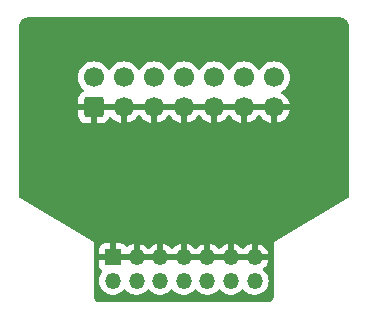
<source format=gtl>
G04 #@! TF.GenerationSoftware,KiCad,Pcbnew,7.0.9-7.0.9~ubuntu20.04.1*
G04 #@! TF.CreationDate,2023-11-25T19:42:27+01:00*
G04 #@! TF.ProjectId,kicad-kria-jtag,6b696361-642d-46b7-9269-612d6a746167,1.0*
G04 #@! TF.SameCoordinates,Original*
G04 #@! TF.FileFunction,Copper,L1,Top*
G04 #@! TF.FilePolarity,Positive*
%FSLAX46Y46*%
G04 Gerber Fmt 4.6, Leading zero omitted, Abs format (unit mm)*
G04 Created by KiCad (PCBNEW 7.0.9-7.0.9~ubuntu20.04.1) date 2023-11-25 19:42:27*
%MOMM*%
%LPD*%
G01*
G04 APERTURE LIST*
G04 Aperture macros list*
%AMRoundRect*
0 Rectangle with rounded corners*
0 $1 Rounding radius*
0 $2 $3 $4 $5 $6 $7 $8 $9 X,Y pos of 4 corners*
0 Add a 4 corners polygon primitive as box body*
4,1,4,$2,$3,$4,$5,$6,$7,$8,$9,$2,$3,0*
0 Add four circle primitives for the rounded corners*
1,1,$1+$1,$2,$3*
1,1,$1+$1,$4,$5*
1,1,$1+$1,$6,$7*
1,1,$1+$1,$8,$9*
0 Add four rect primitives between the rounded corners*
20,1,$1+$1,$2,$3,$4,$5,0*
20,1,$1+$1,$4,$5,$6,$7,0*
20,1,$1+$1,$6,$7,$8,$9,0*
20,1,$1+$1,$8,$9,$2,$3,0*%
G04 Aperture macros list end*
G04 #@! TA.AperFunction,ComponentPad*
%ADD10O,1.350000X1.350000*%
G04 #@! TD*
G04 #@! TA.AperFunction,ComponentPad*
%ADD11R,1.350000X1.350000*%
G04 #@! TD*
G04 #@! TA.AperFunction,ComponentPad*
%ADD12C,1.700000*%
G04 #@! TD*
G04 #@! TA.AperFunction,ComponentPad*
%ADD13RoundRect,0.250000X0.600000X-0.600000X0.600000X0.600000X-0.600000X0.600000X-0.600000X-0.600000X0*%
G04 #@! TD*
G04 APERTURE END LIST*
D10*
X145192000Y-109188000D03*
X145192000Y-107188000D03*
X143192000Y-109188000D03*
X143192000Y-107188000D03*
X141192000Y-109188000D03*
X141192000Y-107188000D03*
X139192000Y-109188000D03*
X139192000Y-107188000D03*
X137192000Y-109188000D03*
X137192000Y-107188000D03*
X135192000Y-109188000D03*
X135192000Y-107188000D03*
X133192000Y-109188000D03*
D11*
X133192000Y-107188000D03*
D12*
X146812000Y-91948000D03*
X146812000Y-94488000D03*
X144272000Y-91948000D03*
X144272000Y-94488000D03*
X141732000Y-91948000D03*
X141732000Y-94488000D03*
X139192000Y-91948000D03*
X139192000Y-94488000D03*
X136652000Y-91948000D03*
X136652000Y-94488000D03*
X134112000Y-91948000D03*
X134112000Y-94488000D03*
X131572000Y-91948000D03*
D13*
X131572000Y-94488000D03*
G04 #@! TA.AperFunction,Conductor*
G36*
X134864359Y-106949955D02*
G01*
X134806835Y-107062852D01*
X134787014Y-107188000D01*
X134806835Y-107313148D01*
X134864359Y-107426045D01*
X134876314Y-107438000D01*
X133507686Y-107438000D01*
X133519641Y-107426045D01*
X133577165Y-107313148D01*
X133596986Y-107188000D01*
X133577165Y-107062852D01*
X133519641Y-106949955D01*
X133507686Y-106938000D01*
X134876314Y-106938000D01*
X134864359Y-106949955D01*
G37*
G04 #@! TD.AperFunction*
G04 #@! TA.AperFunction,Conductor*
G36*
X136864359Y-106949955D02*
G01*
X136806835Y-107062852D01*
X136787014Y-107188000D01*
X136806835Y-107313148D01*
X136864359Y-107426045D01*
X136876314Y-107438000D01*
X135507686Y-107438000D01*
X135519641Y-107426045D01*
X135577165Y-107313148D01*
X135596986Y-107188000D01*
X135577165Y-107062852D01*
X135519641Y-106949955D01*
X135507686Y-106938000D01*
X136876314Y-106938000D01*
X136864359Y-106949955D01*
G37*
G04 #@! TD.AperFunction*
G04 #@! TA.AperFunction,Conductor*
G36*
X138864359Y-106949955D02*
G01*
X138806835Y-107062852D01*
X138787014Y-107188000D01*
X138806835Y-107313148D01*
X138864359Y-107426045D01*
X138876314Y-107438000D01*
X137507686Y-107438000D01*
X137519641Y-107426045D01*
X137577165Y-107313148D01*
X137596986Y-107188000D01*
X137577165Y-107062852D01*
X137519641Y-106949955D01*
X137507686Y-106938000D01*
X138876314Y-106938000D01*
X138864359Y-106949955D01*
G37*
G04 #@! TD.AperFunction*
G04 #@! TA.AperFunction,Conductor*
G36*
X140864359Y-106949955D02*
G01*
X140806835Y-107062852D01*
X140787014Y-107188000D01*
X140806835Y-107313148D01*
X140864359Y-107426045D01*
X140876314Y-107438000D01*
X139507686Y-107438000D01*
X139519641Y-107426045D01*
X139577165Y-107313148D01*
X139596986Y-107188000D01*
X139577165Y-107062852D01*
X139519641Y-106949955D01*
X139507686Y-106938000D01*
X140876314Y-106938000D01*
X140864359Y-106949955D01*
G37*
G04 #@! TD.AperFunction*
G04 #@! TA.AperFunction,Conductor*
G36*
X142864359Y-106949955D02*
G01*
X142806835Y-107062852D01*
X142787014Y-107188000D01*
X142806835Y-107313148D01*
X142864359Y-107426045D01*
X142876314Y-107438000D01*
X141507686Y-107438000D01*
X141519641Y-107426045D01*
X141577165Y-107313148D01*
X141596986Y-107188000D01*
X141577165Y-107062852D01*
X141519641Y-106949955D01*
X141507686Y-106938000D01*
X142876314Y-106938000D01*
X142864359Y-106949955D01*
G37*
G04 #@! TD.AperFunction*
G04 #@! TA.AperFunction,Conductor*
G36*
X144864359Y-106949955D02*
G01*
X144806835Y-107062852D01*
X144787014Y-107188000D01*
X144806835Y-107313148D01*
X144864359Y-107426045D01*
X144876314Y-107438000D01*
X143507686Y-107438000D01*
X143519641Y-107426045D01*
X143577165Y-107313148D01*
X143596986Y-107188000D01*
X143577165Y-107062852D01*
X143519641Y-106949955D01*
X143507686Y-106938000D01*
X144876314Y-106938000D01*
X144864359Y-106949955D01*
G37*
G04 #@! TD.AperFunction*
G04 #@! TA.AperFunction,Conductor*
G36*
X133652507Y-94278156D02*
G01*
X133612000Y-94416111D01*
X133612000Y-94559889D01*
X133652507Y-94697844D01*
X133678314Y-94738000D01*
X132005686Y-94738000D01*
X132031493Y-94697844D01*
X132072000Y-94559889D01*
X132072000Y-94416111D01*
X132031493Y-94278156D01*
X132005686Y-94238000D01*
X133678314Y-94238000D01*
X133652507Y-94278156D01*
G37*
G04 #@! TD.AperFunction*
G04 #@! TA.AperFunction,Conductor*
G36*
X136192507Y-94278156D02*
G01*
X136152000Y-94416111D01*
X136152000Y-94559889D01*
X136192507Y-94697844D01*
X136218314Y-94738000D01*
X134545686Y-94738000D01*
X134571493Y-94697844D01*
X134612000Y-94559889D01*
X134612000Y-94416111D01*
X134571493Y-94278156D01*
X134545686Y-94238000D01*
X136218314Y-94238000D01*
X136192507Y-94278156D01*
G37*
G04 #@! TD.AperFunction*
G04 #@! TA.AperFunction,Conductor*
G36*
X138732507Y-94278156D02*
G01*
X138692000Y-94416111D01*
X138692000Y-94559889D01*
X138732507Y-94697844D01*
X138758314Y-94738000D01*
X137085686Y-94738000D01*
X137111493Y-94697844D01*
X137152000Y-94559889D01*
X137152000Y-94416111D01*
X137111493Y-94278156D01*
X137085686Y-94238000D01*
X138758314Y-94238000D01*
X138732507Y-94278156D01*
G37*
G04 #@! TD.AperFunction*
G04 #@! TA.AperFunction,Conductor*
G36*
X141272507Y-94278156D02*
G01*
X141232000Y-94416111D01*
X141232000Y-94559889D01*
X141272507Y-94697844D01*
X141298314Y-94738000D01*
X139625686Y-94738000D01*
X139651493Y-94697844D01*
X139692000Y-94559889D01*
X139692000Y-94416111D01*
X139651493Y-94278156D01*
X139625686Y-94238000D01*
X141298314Y-94238000D01*
X141272507Y-94278156D01*
G37*
G04 #@! TD.AperFunction*
G04 #@! TA.AperFunction,Conductor*
G36*
X143812507Y-94278156D02*
G01*
X143772000Y-94416111D01*
X143772000Y-94559889D01*
X143812507Y-94697844D01*
X143838314Y-94738000D01*
X142165686Y-94738000D01*
X142191493Y-94697844D01*
X142232000Y-94559889D01*
X142232000Y-94416111D01*
X142191493Y-94278156D01*
X142165686Y-94238000D01*
X143838314Y-94238000D01*
X143812507Y-94278156D01*
G37*
G04 #@! TD.AperFunction*
G04 #@! TA.AperFunction,Conductor*
G36*
X146352507Y-94278156D02*
G01*
X146312000Y-94416111D01*
X146312000Y-94559889D01*
X146352507Y-94697844D01*
X146378314Y-94738000D01*
X144705686Y-94738000D01*
X144731493Y-94697844D01*
X144772000Y-94559889D01*
X144772000Y-94416111D01*
X144731493Y-94278156D01*
X144705686Y-94238000D01*
X146378314Y-94238000D01*
X146352507Y-94278156D01*
G37*
G04 #@! TD.AperFunction*
G04 #@! TA.AperFunction,Conductor*
G36*
X152403034Y-86868799D02*
G01*
X152410744Y-86869558D01*
X152435266Y-86871973D01*
X152545728Y-86884419D01*
X152567823Y-86888975D01*
X152621045Y-86905120D01*
X152700132Y-86932794D01*
X152717607Y-86940467D01*
X152770933Y-86968970D01*
X152774641Y-86971123D01*
X152836057Y-87009712D01*
X152844257Y-87014865D01*
X152850609Y-87019439D01*
X152902264Y-87061831D01*
X152906765Y-87065910D01*
X152964087Y-87123232D01*
X152968167Y-87127734D01*
X153010559Y-87179389D01*
X153015133Y-87185741D01*
X153058862Y-87255334D01*
X153061039Y-87259085D01*
X153066244Y-87268821D01*
X153089528Y-87312384D01*
X153097210Y-87329881D01*
X153124881Y-87408960D01*
X153141021Y-87462167D01*
X153145580Y-87484278D01*
X153158027Y-87594742D01*
X153161201Y-87626968D01*
X153161500Y-87633050D01*
X153161500Y-102037508D01*
X153141815Y-102104547D01*
X153101297Y-102143837D01*
X146819362Y-105912997D01*
X146813009Y-105916217D01*
X146811510Y-105917723D01*
X146810956Y-105919962D01*
X146811500Y-105927263D01*
X146811500Y-110486517D01*
X146811110Y-110493465D01*
X146808532Y-110516340D01*
X146797810Y-110597773D01*
X146791913Y-110622540D01*
X146779767Y-110657249D01*
X146778527Y-110660499D01*
X146755564Y-110715936D01*
X146745998Y-110734454D01*
X146723731Y-110769892D01*
X146720419Y-110774653D01*
X146682901Y-110823547D01*
X146677548Y-110829650D01*
X146643650Y-110863548D01*
X146637547Y-110868901D01*
X146588653Y-110906419D01*
X146583892Y-110909731D01*
X146548454Y-110931998D01*
X146529936Y-110941564D01*
X146474499Y-110964527D01*
X146471249Y-110965767D01*
X146436540Y-110977913D01*
X146411773Y-110983810D01*
X146330340Y-110994532D01*
X146322728Y-110995389D01*
X146307457Y-110997110D01*
X146300517Y-110997500D01*
X132083482Y-110997500D01*
X132076543Y-110997110D01*
X132057079Y-110994917D01*
X132053659Y-110994532D01*
X131972225Y-110983810D01*
X131947458Y-110977913D01*
X131912749Y-110965767D01*
X131909499Y-110964527D01*
X131854062Y-110941564D01*
X131835544Y-110931998D01*
X131800106Y-110909731D01*
X131795352Y-110906424D01*
X131746446Y-110868897D01*
X131740348Y-110863548D01*
X131706450Y-110829650D01*
X131701104Y-110823555D01*
X131663569Y-110774638D01*
X131660277Y-110769906D01*
X131637997Y-110734449D01*
X131628437Y-110715941D01*
X131605458Y-110660466D01*
X131604231Y-110657249D01*
X131592082Y-110622529D01*
X131586188Y-110597770D01*
X131575468Y-110516340D01*
X131573570Y-110499498D01*
X131572890Y-110493459D01*
X131572500Y-110486513D01*
X131572500Y-109188000D01*
X132011464Y-109188000D01*
X132031564Y-109404918D01*
X132031564Y-109404920D01*
X132031565Y-109404923D01*
X132091183Y-109614459D01*
X132188288Y-109809472D01*
X132319573Y-109983322D01*
X132480568Y-110130088D01*
X132480575Y-110130092D01*
X132480576Y-110130093D01*
X132665786Y-110244770D01*
X132665792Y-110244773D01*
X132688664Y-110253633D01*
X132868931Y-110323470D01*
X133083074Y-110363500D01*
X133083076Y-110363500D01*
X133300924Y-110363500D01*
X133300926Y-110363500D01*
X133515069Y-110323470D01*
X133718210Y-110244772D01*
X133903432Y-110130088D01*
X134064427Y-109983322D01*
X134093047Y-109945422D01*
X134149153Y-109903787D01*
X134218865Y-109899094D01*
X134280048Y-109932836D01*
X134290946Y-109945414D01*
X134319573Y-109983322D01*
X134480568Y-110130088D01*
X134480575Y-110130092D01*
X134480576Y-110130093D01*
X134665786Y-110244770D01*
X134665792Y-110244773D01*
X134688664Y-110253633D01*
X134868931Y-110323470D01*
X135083074Y-110363500D01*
X135083076Y-110363500D01*
X135300924Y-110363500D01*
X135300926Y-110363500D01*
X135515069Y-110323470D01*
X135718210Y-110244772D01*
X135903432Y-110130088D01*
X136064427Y-109983322D01*
X136093047Y-109945422D01*
X136149153Y-109903787D01*
X136218865Y-109899094D01*
X136280048Y-109932836D01*
X136290946Y-109945414D01*
X136319573Y-109983322D01*
X136480568Y-110130088D01*
X136480575Y-110130092D01*
X136480576Y-110130093D01*
X136665786Y-110244770D01*
X136665792Y-110244773D01*
X136688664Y-110253633D01*
X136868931Y-110323470D01*
X137083074Y-110363500D01*
X137083076Y-110363500D01*
X137300924Y-110363500D01*
X137300926Y-110363500D01*
X137515069Y-110323470D01*
X137718210Y-110244772D01*
X137903432Y-110130088D01*
X138064427Y-109983322D01*
X138093047Y-109945422D01*
X138149153Y-109903787D01*
X138218865Y-109899094D01*
X138280048Y-109932836D01*
X138290946Y-109945414D01*
X138319573Y-109983322D01*
X138480568Y-110130088D01*
X138480575Y-110130092D01*
X138480576Y-110130093D01*
X138665786Y-110244770D01*
X138665792Y-110244773D01*
X138688664Y-110253633D01*
X138868931Y-110323470D01*
X139083074Y-110363500D01*
X139083076Y-110363500D01*
X139300924Y-110363500D01*
X139300926Y-110363500D01*
X139515069Y-110323470D01*
X139718210Y-110244772D01*
X139903432Y-110130088D01*
X140064427Y-109983322D01*
X140093047Y-109945422D01*
X140149153Y-109903787D01*
X140218865Y-109899094D01*
X140280048Y-109932836D01*
X140290946Y-109945414D01*
X140319573Y-109983322D01*
X140480568Y-110130088D01*
X140480575Y-110130092D01*
X140480576Y-110130093D01*
X140665786Y-110244770D01*
X140665792Y-110244773D01*
X140688664Y-110253633D01*
X140868931Y-110323470D01*
X141083074Y-110363500D01*
X141083076Y-110363500D01*
X141300924Y-110363500D01*
X141300926Y-110363500D01*
X141515069Y-110323470D01*
X141718210Y-110244772D01*
X141903432Y-110130088D01*
X142064427Y-109983322D01*
X142093047Y-109945422D01*
X142149153Y-109903787D01*
X142218865Y-109899094D01*
X142280048Y-109932836D01*
X142290946Y-109945414D01*
X142319573Y-109983322D01*
X142480568Y-110130088D01*
X142480575Y-110130092D01*
X142480576Y-110130093D01*
X142665786Y-110244770D01*
X142665792Y-110244773D01*
X142688664Y-110253633D01*
X142868931Y-110323470D01*
X143083074Y-110363500D01*
X143083076Y-110363500D01*
X143300924Y-110363500D01*
X143300926Y-110363500D01*
X143515069Y-110323470D01*
X143718210Y-110244772D01*
X143903432Y-110130088D01*
X144064427Y-109983322D01*
X144093047Y-109945422D01*
X144149153Y-109903787D01*
X144218865Y-109899094D01*
X144280048Y-109932836D01*
X144290946Y-109945414D01*
X144319573Y-109983322D01*
X144480568Y-110130088D01*
X144480575Y-110130092D01*
X144480576Y-110130093D01*
X144665786Y-110244770D01*
X144665792Y-110244773D01*
X144688664Y-110253633D01*
X144868931Y-110323470D01*
X145083074Y-110363500D01*
X145083076Y-110363500D01*
X145300924Y-110363500D01*
X145300926Y-110363500D01*
X145515069Y-110323470D01*
X145718210Y-110244772D01*
X145903432Y-110130088D01*
X146064427Y-109983322D01*
X146195712Y-109809472D01*
X146292817Y-109614459D01*
X146352435Y-109404923D01*
X146372536Y-109188000D01*
X146352435Y-108971077D01*
X146292817Y-108761541D01*
X146195712Y-108566528D01*
X146064427Y-108392678D01*
X146064425Y-108392675D01*
X145940055Y-108279298D01*
X145903773Y-108219587D01*
X145905534Y-108149740D01*
X145940056Y-108096023D01*
X146064054Y-107982985D01*
X146195284Y-107809208D01*
X146292348Y-107614280D01*
X146342505Y-107438000D01*
X145507686Y-107438000D01*
X145519641Y-107426045D01*
X145577165Y-107313148D01*
X145596986Y-107188000D01*
X145577165Y-107062852D01*
X145519641Y-106949955D01*
X145507686Y-106938000D01*
X146342505Y-106938000D01*
X146342505Y-106937999D01*
X146292348Y-106761719D01*
X146195284Y-106566791D01*
X146064054Y-106393014D01*
X145903131Y-106246314D01*
X145717987Y-106131677D01*
X145717985Y-106131676D01*
X145514931Y-106053013D01*
X145514921Y-106053010D01*
X145442001Y-106039378D01*
X145442000Y-106039379D01*
X145442000Y-106872314D01*
X145430045Y-106860359D01*
X145317148Y-106802835D01*
X145223481Y-106788000D01*
X145160519Y-106788000D01*
X145066852Y-106802835D01*
X144953955Y-106860359D01*
X144942000Y-106872314D01*
X144942000Y-106039379D01*
X144941998Y-106039378D01*
X144869078Y-106053010D01*
X144869068Y-106053013D01*
X144666014Y-106131676D01*
X144666012Y-106131677D01*
X144480869Y-106246314D01*
X144480868Y-106246314D01*
X144319945Y-106393014D01*
X144290954Y-106431405D01*
X144234845Y-106473041D01*
X144165133Y-106477732D01*
X144103951Y-106443990D01*
X144093046Y-106431405D01*
X144064054Y-106393014D01*
X143903131Y-106246314D01*
X143717987Y-106131677D01*
X143717985Y-106131676D01*
X143514931Y-106053013D01*
X143514921Y-106053010D01*
X143442001Y-106039378D01*
X143442000Y-106039379D01*
X143442000Y-106872314D01*
X143430045Y-106860359D01*
X143317148Y-106802835D01*
X143223481Y-106788000D01*
X143160519Y-106788000D01*
X143066852Y-106802835D01*
X142953955Y-106860359D01*
X142942000Y-106872314D01*
X142942000Y-106039379D01*
X142941998Y-106039378D01*
X142869078Y-106053010D01*
X142869068Y-106053013D01*
X142666014Y-106131676D01*
X142666012Y-106131677D01*
X142480869Y-106246314D01*
X142480868Y-106246314D01*
X142319945Y-106393014D01*
X142290954Y-106431405D01*
X142234845Y-106473041D01*
X142165133Y-106477732D01*
X142103951Y-106443990D01*
X142093046Y-106431405D01*
X142064054Y-106393014D01*
X141903131Y-106246314D01*
X141717987Y-106131677D01*
X141717985Y-106131676D01*
X141514931Y-106053013D01*
X141514921Y-106053010D01*
X141442001Y-106039378D01*
X141442000Y-106039379D01*
X141442000Y-106872314D01*
X141430045Y-106860359D01*
X141317148Y-106802835D01*
X141223481Y-106788000D01*
X141160519Y-106788000D01*
X141066852Y-106802835D01*
X140953955Y-106860359D01*
X140942000Y-106872314D01*
X140942000Y-106039379D01*
X140941998Y-106039378D01*
X140869078Y-106053010D01*
X140869068Y-106053013D01*
X140666014Y-106131676D01*
X140666012Y-106131677D01*
X140480869Y-106246314D01*
X140480868Y-106246314D01*
X140319945Y-106393014D01*
X140290954Y-106431405D01*
X140234845Y-106473041D01*
X140165133Y-106477732D01*
X140103951Y-106443990D01*
X140093046Y-106431405D01*
X140064054Y-106393014D01*
X139903131Y-106246314D01*
X139717987Y-106131677D01*
X139717985Y-106131676D01*
X139514931Y-106053013D01*
X139514921Y-106053010D01*
X139442001Y-106039378D01*
X139442000Y-106039379D01*
X139442000Y-106872314D01*
X139430045Y-106860359D01*
X139317148Y-106802835D01*
X139223481Y-106788000D01*
X139160519Y-106788000D01*
X139066852Y-106802835D01*
X138953955Y-106860359D01*
X138942000Y-106872314D01*
X138942000Y-106039379D01*
X138941998Y-106039378D01*
X138869078Y-106053010D01*
X138869068Y-106053013D01*
X138666014Y-106131676D01*
X138666012Y-106131677D01*
X138480869Y-106246314D01*
X138480868Y-106246314D01*
X138319945Y-106393014D01*
X138290954Y-106431405D01*
X138234845Y-106473041D01*
X138165133Y-106477732D01*
X138103951Y-106443990D01*
X138093046Y-106431405D01*
X138064054Y-106393014D01*
X137903131Y-106246314D01*
X137717987Y-106131677D01*
X137717985Y-106131676D01*
X137514931Y-106053013D01*
X137514921Y-106053010D01*
X137442001Y-106039378D01*
X137442000Y-106039379D01*
X137442000Y-106872314D01*
X137430045Y-106860359D01*
X137317148Y-106802835D01*
X137223481Y-106788000D01*
X137160519Y-106788000D01*
X137066852Y-106802835D01*
X136953955Y-106860359D01*
X136942000Y-106872314D01*
X136942000Y-106039379D01*
X136941998Y-106039378D01*
X136869078Y-106053010D01*
X136869068Y-106053013D01*
X136666014Y-106131676D01*
X136666012Y-106131677D01*
X136480869Y-106246314D01*
X136480868Y-106246314D01*
X136319945Y-106393014D01*
X136290954Y-106431405D01*
X136234845Y-106473041D01*
X136165133Y-106477732D01*
X136103951Y-106443990D01*
X136093046Y-106431405D01*
X136064054Y-106393014D01*
X135903131Y-106246314D01*
X135717987Y-106131677D01*
X135717985Y-106131676D01*
X135514931Y-106053013D01*
X135514921Y-106053010D01*
X135442001Y-106039378D01*
X135442000Y-106039379D01*
X135442000Y-106872314D01*
X135430045Y-106860359D01*
X135317148Y-106802835D01*
X135223481Y-106788000D01*
X135160519Y-106788000D01*
X135066852Y-106802835D01*
X134953955Y-106860359D01*
X134942000Y-106872314D01*
X134942000Y-106039379D01*
X134941998Y-106039378D01*
X134869078Y-106053010D01*
X134869068Y-106053013D01*
X134666014Y-106131676D01*
X134666012Y-106131677D01*
X134480869Y-106246314D01*
X134480868Y-106246314D01*
X134469515Y-106256664D01*
X134406710Y-106287278D01*
X134337323Y-106279077D01*
X134286715Y-106239334D01*
X134224190Y-106155812D01*
X134224187Y-106155809D01*
X134109093Y-106069649D01*
X134109086Y-106069645D01*
X133974379Y-106019403D01*
X133974372Y-106019401D01*
X133914844Y-106013000D01*
X133442000Y-106013000D01*
X133442000Y-106872314D01*
X133430045Y-106860359D01*
X133317148Y-106802835D01*
X133223481Y-106788000D01*
X133160519Y-106788000D01*
X133066852Y-106802835D01*
X132953955Y-106860359D01*
X132942000Y-106872314D01*
X132942000Y-106013000D01*
X132469155Y-106013000D01*
X132409627Y-106019401D01*
X132409620Y-106019403D01*
X132274913Y-106069645D01*
X132274906Y-106069649D01*
X132159812Y-106155809D01*
X132159809Y-106155812D01*
X132073649Y-106270906D01*
X132073645Y-106270913D01*
X132023403Y-106405620D01*
X132023401Y-106405627D01*
X132017000Y-106465155D01*
X132017000Y-106938000D01*
X132876314Y-106938000D01*
X132864359Y-106949955D01*
X132806835Y-107062852D01*
X132787014Y-107188000D01*
X132806835Y-107313148D01*
X132864359Y-107426045D01*
X132876314Y-107438000D01*
X132017000Y-107438000D01*
X132017000Y-107910844D01*
X132023401Y-107970372D01*
X132023403Y-107970379D01*
X132073645Y-108105086D01*
X132073649Y-108105093D01*
X132159809Y-108220186D01*
X132245405Y-108284264D01*
X132287276Y-108340198D01*
X132292260Y-108409890D01*
X132270049Y-108458257D01*
X132188288Y-108566528D01*
X132091184Y-108761537D01*
X132031564Y-108971081D01*
X132011464Y-109187999D01*
X132011464Y-109188000D01*
X131572500Y-109188000D01*
X131572500Y-105927412D01*
X131573059Y-105920006D01*
X131572525Y-105917870D01*
X131572526Y-105917869D01*
X131572525Y-105917867D01*
X131572489Y-105917723D01*
X131570957Y-105916181D01*
X131564513Y-105912924D01*
X125282703Y-102143837D01*
X125235344Y-102092466D01*
X125222500Y-102037508D01*
X125222500Y-91948000D01*
X130216341Y-91948000D01*
X130236936Y-92183403D01*
X130236938Y-92183413D01*
X130298094Y-92411655D01*
X130298096Y-92411659D01*
X130298097Y-92411663D01*
X130302000Y-92420032D01*
X130397965Y-92625830D01*
X130397967Y-92625834D01*
X130506281Y-92780521D01*
X130533501Y-92819396D01*
X130533506Y-92819402D01*
X130700597Y-92986493D01*
X130702419Y-92988022D01*
X130703001Y-92988897D01*
X130704427Y-92990323D01*
X130704140Y-92990609D01*
X130741119Y-93046195D01*
X130742224Y-93116056D01*
X130705384Y-93175424D01*
X130661719Y-93200712D01*
X130652883Y-93203640D01*
X130652875Y-93203643D01*
X130503654Y-93295684D01*
X130379684Y-93419654D01*
X130287643Y-93568875D01*
X130287641Y-93568880D01*
X130232494Y-93735302D01*
X130232493Y-93735309D01*
X130222000Y-93838013D01*
X130222000Y-94238000D01*
X131138314Y-94238000D01*
X131112507Y-94278156D01*
X131072000Y-94416111D01*
X131072000Y-94559889D01*
X131112507Y-94697844D01*
X131138314Y-94738000D01*
X130222001Y-94738000D01*
X130222001Y-95137986D01*
X130232494Y-95240697D01*
X130287641Y-95407119D01*
X130287643Y-95407124D01*
X130379684Y-95556345D01*
X130503654Y-95680315D01*
X130652875Y-95772356D01*
X130652880Y-95772358D01*
X130819302Y-95827505D01*
X130819309Y-95827506D01*
X130922019Y-95837999D01*
X131321999Y-95837999D01*
X131322000Y-95837998D01*
X131322000Y-94923501D01*
X131429685Y-94972680D01*
X131536237Y-94988000D01*
X131607763Y-94988000D01*
X131714315Y-94972680D01*
X131822000Y-94923501D01*
X131822000Y-95837999D01*
X132221972Y-95837999D01*
X132221986Y-95837998D01*
X132324697Y-95827505D01*
X132491119Y-95772358D01*
X132491124Y-95772356D01*
X132640345Y-95680315D01*
X132764315Y-95556345D01*
X132856356Y-95407124D01*
X132856357Y-95407120D01*
X132859470Y-95397728D01*
X132899242Y-95340282D01*
X132963757Y-95313457D01*
X133032533Y-95325771D01*
X133069998Y-95355313D01*
X133070062Y-95355250D01*
X133070601Y-95355789D01*
X133072167Y-95357024D01*
X133073892Y-95359080D01*
X133240917Y-95526105D01*
X133434421Y-95661600D01*
X133648507Y-95761429D01*
X133648516Y-95761433D01*
X133862000Y-95818634D01*
X133862000Y-94923501D01*
X133969685Y-94972680D01*
X134076237Y-94988000D01*
X134147763Y-94988000D01*
X134254315Y-94972680D01*
X134362000Y-94923501D01*
X134362000Y-95818634D01*
X134575483Y-95761433D01*
X134575492Y-95761429D01*
X134789578Y-95661600D01*
X134983082Y-95526105D01*
X135150105Y-95359082D01*
X135280425Y-95172968D01*
X135335002Y-95129344D01*
X135404501Y-95122151D01*
X135466855Y-95153673D01*
X135483575Y-95172968D01*
X135613894Y-95359082D01*
X135780917Y-95526105D01*
X135974421Y-95661600D01*
X136188507Y-95761429D01*
X136188516Y-95761433D01*
X136402000Y-95818634D01*
X136402000Y-94923501D01*
X136509685Y-94972680D01*
X136616237Y-94988000D01*
X136687763Y-94988000D01*
X136794315Y-94972680D01*
X136902000Y-94923501D01*
X136902000Y-95818634D01*
X137115483Y-95761433D01*
X137115492Y-95761429D01*
X137329578Y-95661600D01*
X137523082Y-95526105D01*
X137690105Y-95359082D01*
X137820425Y-95172968D01*
X137875002Y-95129344D01*
X137944501Y-95122151D01*
X138006855Y-95153673D01*
X138023575Y-95172968D01*
X138153894Y-95359082D01*
X138320917Y-95526105D01*
X138514421Y-95661600D01*
X138728507Y-95761429D01*
X138728516Y-95761433D01*
X138942000Y-95818634D01*
X138942000Y-94923501D01*
X139049685Y-94972680D01*
X139156237Y-94988000D01*
X139227763Y-94988000D01*
X139334315Y-94972680D01*
X139442000Y-94923501D01*
X139442000Y-95818634D01*
X139655483Y-95761433D01*
X139655492Y-95761429D01*
X139869578Y-95661600D01*
X140063082Y-95526105D01*
X140230105Y-95359082D01*
X140360425Y-95172968D01*
X140415002Y-95129344D01*
X140484501Y-95122151D01*
X140546855Y-95153673D01*
X140563575Y-95172968D01*
X140693894Y-95359082D01*
X140860917Y-95526105D01*
X141054421Y-95661600D01*
X141268507Y-95761429D01*
X141268516Y-95761433D01*
X141482000Y-95818634D01*
X141482000Y-94923501D01*
X141589685Y-94972680D01*
X141696237Y-94988000D01*
X141767763Y-94988000D01*
X141874315Y-94972680D01*
X141982000Y-94923501D01*
X141982000Y-95818634D01*
X142195483Y-95761433D01*
X142195492Y-95761429D01*
X142409578Y-95661600D01*
X142603082Y-95526105D01*
X142770105Y-95359082D01*
X142900425Y-95172968D01*
X142955002Y-95129344D01*
X143024501Y-95122151D01*
X143086855Y-95153673D01*
X143103575Y-95172968D01*
X143233894Y-95359082D01*
X143400917Y-95526105D01*
X143594421Y-95661600D01*
X143808507Y-95761429D01*
X143808516Y-95761433D01*
X144022000Y-95818634D01*
X144022000Y-94923501D01*
X144129685Y-94972680D01*
X144236237Y-94988000D01*
X144307763Y-94988000D01*
X144414315Y-94972680D01*
X144522000Y-94923501D01*
X144522000Y-95818633D01*
X144735483Y-95761433D01*
X144735492Y-95761429D01*
X144949578Y-95661600D01*
X145143082Y-95526105D01*
X145310105Y-95359082D01*
X145440425Y-95172968D01*
X145495002Y-95129344D01*
X145564501Y-95122151D01*
X145626855Y-95153673D01*
X145643575Y-95172968D01*
X145773894Y-95359082D01*
X145940917Y-95526105D01*
X146134421Y-95661600D01*
X146348507Y-95761429D01*
X146348516Y-95761433D01*
X146562000Y-95818634D01*
X146562000Y-94923501D01*
X146669685Y-94972680D01*
X146776237Y-94988000D01*
X146847763Y-94988000D01*
X146954315Y-94972680D01*
X147062000Y-94923501D01*
X147062000Y-95818633D01*
X147275483Y-95761433D01*
X147275492Y-95761429D01*
X147489578Y-95661600D01*
X147683082Y-95526105D01*
X147850105Y-95359082D01*
X147985600Y-95165578D01*
X148085429Y-94951492D01*
X148085432Y-94951486D01*
X148142636Y-94738000D01*
X147245686Y-94738000D01*
X147271493Y-94697844D01*
X147312000Y-94559889D01*
X147312000Y-94416111D01*
X147271493Y-94278156D01*
X147245686Y-94238000D01*
X148142636Y-94238000D01*
X148142635Y-94237999D01*
X148085432Y-94024513D01*
X148085429Y-94024507D01*
X147985600Y-93810422D01*
X147985599Y-93810420D01*
X147850113Y-93616926D01*
X147850108Y-93616920D01*
X147683078Y-93449890D01*
X147497405Y-93319879D01*
X147453780Y-93265302D01*
X147446588Y-93195804D01*
X147478110Y-93133449D01*
X147497406Y-93116730D01*
X147526409Y-93096422D01*
X147683401Y-92986495D01*
X147850495Y-92819401D01*
X147986035Y-92625830D01*
X148085903Y-92411663D01*
X148147063Y-92183408D01*
X148167659Y-91948000D01*
X148147063Y-91712592D01*
X148085903Y-91484337D01*
X147986035Y-91270171D01*
X147980425Y-91262158D01*
X147850494Y-91076597D01*
X147683402Y-90909506D01*
X147683395Y-90909501D01*
X147489834Y-90773967D01*
X147489830Y-90773965D01*
X147489828Y-90773964D01*
X147275663Y-90674097D01*
X147275659Y-90674096D01*
X147275655Y-90674094D01*
X147047413Y-90612938D01*
X147047403Y-90612936D01*
X146812001Y-90592341D01*
X146811999Y-90592341D01*
X146576596Y-90612936D01*
X146576586Y-90612938D01*
X146348344Y-90674094D01*
X146348335Y-90674098D01*
X146134171Y-90773964D01*
X146134169Y-90773965D01*
X145940597Y-90909505D01*
X145773505Y-91076597D01*
X145643575Y-91262158D01*
X145588998Y-91305783D01*
X145519500Y-91312977D01*
X145457145Y-91281454D01*
X145440425Y-91262158D01*
X145310494Y-91076597D01*
X145143402Y-90909506D01*
X145143395Y-90909501D01*
X144949834Y-90773967D01*
X144949830Y-90773965D01*
X144949828Y-90773964D01*
X144735663Y-90674097D01*
X144735659Y-90674096D01*
X144735655Y-90674094D01*
X144507413Y-90612938D01*
X144507403Y-90612936D01*
X144272001Y-90592341D01*
X144271999Y-90592341D01*
X144036596Y-90612936D01*
X144036586Y-90612938D01*
X143808344Y-90674094D01*
X143808335Y-90674098D01*
X143594171Y-90773964D01*
X143594169Y-90773965D01*
X143400597Y-90909505D01*
X143233505Y-91076597D01*
X143103575Y-91262158D01*
X143048998Y-91305783D01*
X142979500Y-91312977D01*
X142917145Y-91281454D01*
X142900425Y-91262158D01*
X142770494Y-91076597D01*
X142603402Y-90909506D01*
X142603395Y-90909501D01*
X142409834Y-90773967D01*
X142409830Y-90773965D01*
X142409828Y-90773964D01*
X142195663Y-90674097D01*
X142195659Y-90674096D01*
X142195655Y-90674094D01*
X141967413Y-90612938D01*
X141967403Y-90612936D01*
X141732001Y-90592341D01*
X141731999Y-90592341D01*
X141496596Y-90612936D01*
X141496586Y-90612938D01*
X141268344Y-90674094D01*
X141268335Y-90674098D01*
X141054171Y-90773964D01*
X141054169Y-90773965D01*
X140860597Y-90909505D01*
X140693505Y-91076597D01*
X140563575Y-91262158D01*
X140508998Y-91305783D01*
X140439500Y-91312977D01*
X140377145Y-91281454D01*
X140360425Y-91262158D01*
X140230494Y-91076597D01*
X140063402Y-90909506D01*
X140063395Y-90909501D01*
X139869834Y-90773967D01*
X139869830Y-90773965D01*
X139869828Y-90773964D01*
X139655663Y-90674097D01*
X139655659Y-90674096D01*
X139655655Y-90674094D01*
X139427413Y-90612938D01*
X139427403Y-90612936D01*
X139192001Y-90592341D01*
X139191999Y-90592341D01*
X138956596Y-90612936D01*
X138956586Y-90612938D01*
X138728344Y-90674094D01*
X138728335Y-90674098D01*
X138514171Y-90773964D01*
X138514169Y-90773965D01*
X138320597Y-90909505D01*
X138153505Y-91076597D01*
X138023575Y-91262158D01*
X137968998Y-91305783D01*
X137899500Y-91312977D01*
X137837145Y-91281454D01*
X137820425Y-91262158D01*
X137690494Y-91076597D01*
X137523402Y-90909506D01*
X137523395Y-90909501D01*
X137329834Y-90773967D01*
X137329830Y-90773965D01*
X137329828Y-90773964D01*
X137115663Y-90674097D01*
X137115659Y-90674096D01*
X137115655Y-90674094D01*
X136887413Y-90612938D01*
X136887403Y-90612936D01*
X136652001Y-90592341D01*
X136651999Y-90592341D01*
X136416596Y-90612936D01*
X136416586Y-90612938D01*
X136188344Y-90674094D01*
X136188335Y-90674098D01*
X135974171Y-90773964D01*
X135974169Y-90773965D01*
X135780597Y-90909505D01*
X135613505Y-91076597D01*
X135483575Y-91262158D01*
X135428998Y-91305783D01*
X135359500Y-91312977D01*
X135297145Y-91281454D01*
X135280425Y-91262158D01*
X135150494Y-91076597D01*
X134983402Y-90909506D01*
X134983395Y-90909501D01*
X134789834Y-90773967D01*
X134789830Y-90773965D01*
X134789828Y-90773964D01*
X134575663Y-90674097D01*
X134575659Y-90674096D01*
X134575655Y-90674094D01*
X134347413Y-90612938D01*
X134347403Y-90612936D01*
X134112001Y-90592341D01*
X134111999Y-90592341D01*
X133876596Y-90612936D01*
X133876586Y-90612938D01*
X133648344Y-90674094D01*
X133648335Y-90674098D01*
X133434171Y-90773964D01*
X133434169Y-90773965D01*
X133240597Y-90909505D01*
X133073505Y-91076597D01*
X132943575Y-91262158D01*
X132888998Y-91305783D01*
X132819500Y-91312977D01*
X132757145Y-91281454D01*
X132740425Y-91262158D01*
X132610494Y-91076597D01*
X132443402Y-90909506D01*
X132443395Y-90909501D01*
X132249834Y-90773967D01*
X132249830Y-90773965D01*
X132249828Y-90773964D01*
X132035663Y-90674097D01*
X132035659Y-90674096D01*
X132035655Y-90674094D01*
X131807413Y-90612938D01*
X131807403Y-90612936D01*
X131572001Y-90592341D01*
X131571999Y-90592341D01*
X131336596Y-90612936D01*
X131336586Y-90612938D01*
X131108344Y-90674094D01*
X131108335Y-90674098D01*
X130894171Y-90773964D01*
X130894169Y-90773965D01*
X130700597Y-90909505D01*
X130533505Y-91076597D01*
X130397965Y-91270169D01*
X130397964Y-91270171D01*
X130298098Y-91484335D01*
X130298094Y-91484344D01*
X130236938Y-91712586D01*
X130236936Y-91712596D01*
X130216341Y-91947999D01*
X130216341Y-91948000D01*
X125222500Y-91948000D01*
X125222500Y-87633046D01*
X125222799Y-87626965D01*
X125223035Y-87624563D01*
X125225975Y-87594710D01*
X125238419Y-87484269D01*
X125242978Y-87462167D01*
X125259121Y-87408950D01*
X125286797Y-87329857D01*
X125294462Y-87312401D01*
X125322983Y-87259041D01*
X125325107Y-87255382D01*
X125368873Y-87185728D01*
X125373426Y-87179406D01*
X125415849Y-87127713D01*
X125419891Y-87123254D01*
X125477254Y-87065891D01*
X125481713Y-87061849D01*
X125533406Y-87019426D01*
X125539728Y-87014873D01*
X125609382Y-86971107D01*
X125613041Y-86968983D01*
X125666401Y-86940462D01*
X125683857Y-86932797D01*
X125762956Y-86905119D01*
X125816172Y-86888976D01*
X125838269Y-86884419D01*
X125948710Y-86871975D01*
X125978563Y-86869035D01*
X125980965Y-86868799D01*
X125987046Y-86868500D01*
X152396953Y-86868500D01*
X152403034Y-86868799D01*
G37*
G04 #@! TD.AperFunction*
M02*

</source>
